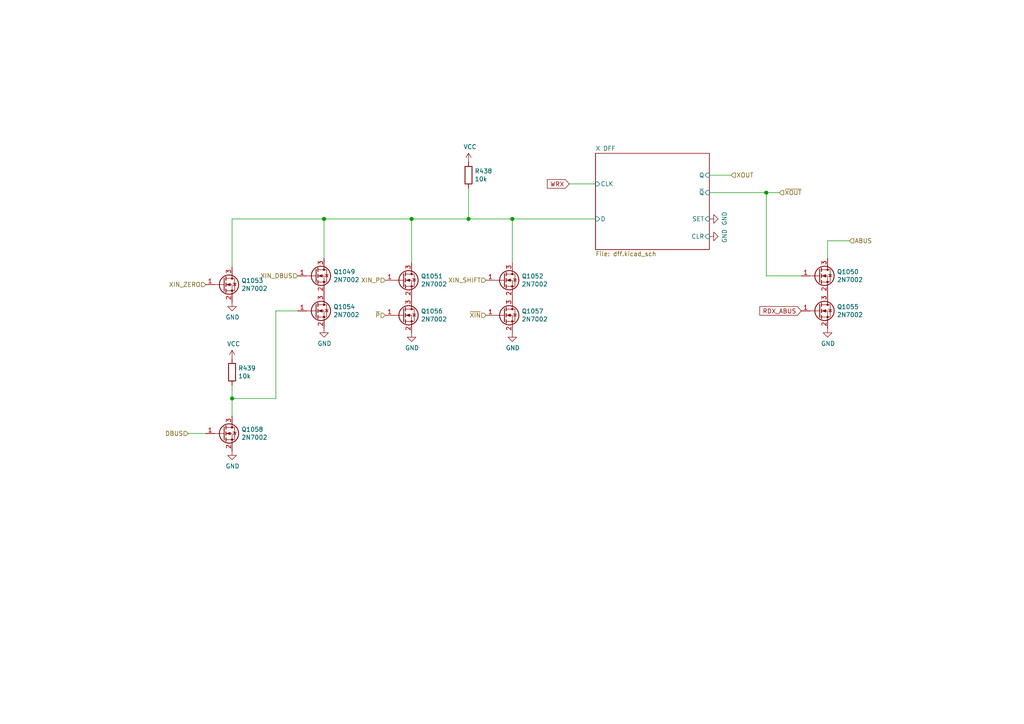
<source format=kicad_sch>
(kicad_sch (version 20210126) (generator eeschema)
  (paper "A4")
  (title_block (title "Q2 X Register Bit") (date "2021-01-30") (rev "1") (company "joewing.net"))
  (lib_symbols
    (symbol "Device:R" (pin_numbers hide) (pin_names (offset 0))
      (property "Reference" "R" (at 2.032 0 90))
      (property "Value" "R" (at 0 0 90))
      (symbol "R_0_1"
        (rectangle (start -1.016 -2.54) (end 1.016 2.54) (stroke (width 0.254)))
      )
      (symbol "R_1_1"
        (pin passive line (at 0 3.81 270) (length 1.27) (name "~") (number "1"))
        (pin passive line (at 0 -3.81 90) (length 1.27) (name "~") (number "2"))
      )
    )
    (symbol "Transistor_FET:2N7002" (pin_names hide)
      (property "Reference" "Q" (at 5.08 1.905 0))
      (property "Value" "2N7002" (at 5.08 0 0))
      (symbol "2N7002_0_1"
        (circle (center 1.651 0) (radius 2.794) (stroke (width 0.254)))
        (circle (center 2.54 -1.778) (radius 0.254) (fill (type outline)))
        (circle (center 2.54 1.778) (radius 0.254) (fill (type outline)))
        (polyline (pts (xy 0.254 0) (xy -2.54 0)))
        (polyline (pts (xy 0.254 1.905) (xy 0.254 -1.905)) (stroke (width 0.254)))
        (polyline (pts (xy 0.762 -1.27) (xy 0.762 -2.286)) (stroke (width 0.254)))
        (polyline (pts (xy 0.762 0.508) (xy 0.762 -0.508)) (stroke (width 0.254)))
        (polyline (pts (xy 0.762 2.286) (xy 0.762 1.27)) (stroke (width 0.254)))
        (polyline (pts (xy 2.54 2.54) (xy 2.54 1.778)))
        (polyline (pts (xy 2.54 -2.54) (xy 2.54 0) (xy 0.762 0)))
        (polyline (pts (xy 0.762 -1.778) (xy 3.302 -1.778) (xy 3.302 1.778) (xy 0.762 1.778)))
        (polyline (pts (xy 1.016 0) (xy 2.032 0.381) (xy 2.032 -0.381) (xy 1.016 0)) (fill (type outline)))
        (polyline (pts (xy 2.794 0.508) (xy 2.921 0.381) (xy 3.683 0.381) (xy 3.81 0.254)))
        (polyline (pts (xy 3.302 0.381) (xy 2.921 -0.254) (xy 3.683 -0.254) (xy 3.302 0.381)))
      )
      (symbol "2N7002_1_1"
        (pin input line (at -5.08 0 0) (length 2.54) (name "G") (number "1"))
        (pin passive line (at 2.54 -5.08 90) (length 2.54) (name "S") (number "2"))
        (pin passive line (at 2.54 5.08 270) (length 2.54) (name "D") (number "3"))
      )
    )
    (symbol "power:GND" (power) (pin_names (offset 0))
      (property "Value" "GND" (at 0 -3.81 0))
      (symbol "GND_0_1"
        (polyline (pts (xy 0 0) (xy 0 -1.27) (xy 1.27 -1.27) (xy 0 -2.54) (xy -1.27 -1.27) (xy 0 -1.27)))
      )
      (symbol "GND_1_1"
        (pin power_in line (at 0 0 270) (length 0) hide (name "GND") (number "1"))
      )
    )
    (symbol "power:VCC" (power) (pin_names (offset 0))
      (property "Value" "VCC" (at 0 3.81 0))
      (symbol "VCC_0_1"
        (polyline (pts (xy -0.762 1.27) (xy 0 2.54)))
        (polyline (pts (xy 0 0) (xy 0 2.54)))
        (polyline (pts (xy 0 2.54) (xy 0.762 1.27)))
      )
      (symbol "VCC_1_1"
        (pin power_in line (at 0 0 90) (length 0) hide (name "VCC") (number "1"))
      )
    )
  )
  (junction (at 67.31 115.57) (diameter 1.016))
  (junction (at 93.98 63.5) (diameter 1.016))
  (junction (at 119.38 63.5) (diameter 1.016))
  (junction (at 135.89 63.5) (diameter 1.016))
  (junction (at 148.59 63.5) (diameter 1.016))
  (junction (at 222.25 55.88) (diameter 1.016))
  (wire (pts (xy 54.61 125.73) (xy 59.69 125.73)))
  (wire (pts (xy 67.31 63.5) (xy 67.31 77.47)))
  (wire (pts (xy 67.31 63.5) (xy 93.98 63.5)))
  (wire (pts (xy 67.31 111.76) (xy 67.31 115.57)))
  (wire (pts (xy 67.31 115.57) (xy 67.31 120.65)))
  (wire (pts (xy 80.01 90.17) (xy 80.01 115.57)))
  (wire (pts (xy 80.01 115.57) (xy 67.31 115.57)))
  (wire (pts (xy 86.36 90.17) (xy 80.01 90.17)))
  (wire (pts (xy 93.98 63.5) (xy 93.98 74.93)))
  (wire (pts (xy 119.38 63.5) (xy 93.98 63.5)))
  (wire (pts (xy 119.38 63.5) (xy 135.89 63.5)))
  (wire (pts (xy 119.38 76.2) (xy 119.38 63.5)))
  (wire (pts (xy 135.89 54.61) (xy 135.89 63.5)))
  (wire (pts (xy 135.89 63.5) (xy 148.59 63.5)))
  (wire (pts (xy 148.59 76.2) (xy 148.59 63.5)))
  (wire (pts (xy 165.1 53.34) (xy 172.72 53.34)))
  (wire (pts (xy 172.72 63.5) (xy 148.59 63.5)))
  (wire (pts (xy 205.74 55.88) (xy 222.25 55.88)))
  (wire (pts (xy 212.09 50.8) (xy 205.74 50.8)))
  (wire (pts (xy 222.25 55.88) (xy 222.25 80.01)))
  (wire (pts (xy 222.25 80.01) (xy 232.41 80.01)))
  (wire (pts (xy 226.06 55.88) (xy 222.25 55.88)))
  (wire (pts (xy 240.03 69.85) (xy 246.38 69.85)))
  (wire (pts (xy 240.03 74.93) (xy 240.03 69.85)))
  (global_label "WRX" (shape input) (at 165.1 53.34 180) (property "Intersheet References" "${INTERSHEET_REFS}" (effects hide)))
  (global_label "RDX_ABUS" (shape input) (at 232.41 90.17 180) (property "Intersheet References" "${INTERSHEET_REFS}" (effects hide)))
  (hierarchical_label "DBUS" (shape input) (at 54.61 125.73 180))
  (hierarchical_label "XIN_ZERO" (shape input) (at 59.69 82.55 180))
  (hierarchical_label "XIN_DBUS" (shape input) (at 86.36 80.01 180))
  (hierarchical_label "XIN_P" (shape input) (at 111.76 81.28 180))
  (hierarchical_label "~P" (shape input) (at 111.76 91.44 180))
  (hierarchical_label "XIN_SHIFT" (shape input) (at 140.97 81.28 180))
  (hierarchical_label "~XIN" (shape input) (at 140.97 91.44 180))
  (hierarchical_label "XOUT" (shape input) (at 212.09 50.8 0))
  (hierarchical_label "~XOUT" (shape input) (at 226.06 55.88 0))
  (hierarchical_label "ABUS" (shape input) (at 246.38 69.85 0))
  (symbol (lib_id "power:VCC") (at 67.31 104.14 0)
    (property "Reference" "#PWR0868" (effects hide))
    (property "Value" "VCC" (at 67.7418 99.7458 0))
  )
  (symbol (lib_id "power:VCC") (at 135.89 46.99 0)
    (property "Reference" "#PWR0863" (effects hide))
    (property "Value" "VCC" (at 136.3218 42.5958 0))
  )
  (symbol (lib_id "power:GND") (at 67.31 87.63 0)
    (property "Reference" "#PWR0869" (effects hide))
    (property "Value" "GND" (at 67.437 92.0242 0))
  )
  (symbol (lib_id "power:GND") (at 67.31 130.81 0)
    (property "Reference" "#PWR0867" (effects hide))
    (property "Value" "GND" (at 67.437 135.2042 0))
  )
  (symbol (lib_id "power:GND") (at 93.98 95.25 0)
    (property "Reference" "#PWR0866" (effects hide))
    (property "Value" "GND" (at 94.107 99.6442 0))
  )
  (symbol (lib_id "power:GND") (at 119.38 96.52 0)
    (property "Reference" "#PWR0865" (effects hide))
    (property "Value" "GND" (at 119.507 100.9142 0))
  )
  (symbol (lib_id "power:GND") (at 148.59 96.52 0)
    (property "Reference" "#PWR0864" (effects hide))
    (property "Value" "GND" (at 148.717 100.9142 0))
  )
  (symbol (lib_id "power:GND") (at 205.74 63.5 90)
    (property "Reference" "#PWR0871" (effects hide))
    (property "Value" "GND" (at 210.1342 63.373 0))
  )
  (symbol (lib_id "power:GND") (at 205.74 68.58 90)
    (property "Reference" "#PWR0870" (effects hide))
    (property "Value" "GND" (at 210.1342 68.453 0))
  )
  (symbol (lib_id "power:GND") (at 240.03 95.25 0)
    (property "Reference" "#PWR0862" (effects hide))
    (property "Value" "GND" (at 240.157 99.6442 0))
  )
  (symbol (lib_id "Device:R") (at 67.31 107.95 0)
    (property "Reference" "R439" (at 69.088 106.7816 0) (effects (justify left)))
    (property "Value" "10k" (at 69.088 109.093 0) (effects (justify left)))
    (property "Footprint" "Resistor_SMD:R_0805_2012Metric" (effects hide))
    (property "LCSC" "C17414" (effects hide))
  )
  (symbol (lib_id "Device:R") (at 135.89 50.8 0)
    (property "Reference" "R438" (at 137.668 49.6316 0) (effects (justify left)))
    (property "Value" "10k" (at 137.668 51.943 0) (effects (justify left)))
    (property "Footprint" "Resistor_SMD:R_0805_2012Metric" (effects hide))
    (property "LCSC" "C17414" (effects hide))
  )
  (symbol (lib_id "Transistor_FET:2N7002") (at 64.77 82.55 0)
    (property "Reference" "Q1053" (at 70.0024 81.3816 0) (effects (justify left)))
    (property "Value" "2N7002" (at 70.0024 83.693 0) (effects (justify left)))
    (property "Footprint" "Package_TO_SOT_SMD:SOT-23" (effects hide))
    (property "Datasheet" "https://www.fairchildsemi.com/datasheets/2N/2N7002.pdf" (effects hide))
    (property "LCSC" "C8545" (effects hide))
  )
  (symbol (lib_id "Transistor_FET:2N7002") (at 64.77 125.73 0)
    (property "Reference" "Q1058" (at 70.0024 124.5616 0) (effects (justify left)))
    (property "Value" "2N7002" (at 70.0024 126.873 0) (effects (justify left)))
    (property "Footprint" "Package_TO_SOT_SMD:SOT-23" (effects hide))
    (property "Datasheet" "https://www.fairchildsemi.com/datasheets/2N/2N7002.pdf" (effects hide))
    (property "LCSC" "C8545" (effects hide))
  )
  (symbol (lib_id "Transistor_FET:2N7002") (at 91.44 80.01 0)
    (property "Reference" "Q1049" (at 96.6724 78.8416 0) (effects (justify left)))
    (property "Value" "2N7002" (at 96.6724 81.153 0) (effects (justify left)))
    (property "Footprint" "Package_TO_SOT_SMD:SOT-23" (effects hide))
    (property "Datasheet" "https://www.fairchildsemi.com/datasheets/2N/2N7002.pdf" (effects hide))
    (property "LCSC" "C8545" (effects hide))
  )
  (symbol (lib_id "Transistor_FET:2N7002") (at 91.44 90.17 0)
    (property "Reference" "Q1054" (at 96.6724 89.0016 0) (effects (justify left)))
    (property "Value" "2N7002" (at 96.6724 91.313 0) (effects (justify left)))
    (property "Footprint" "Package_TO_SOT_SMD:SOT-23" (effects hide))
    (property "Datasheet" "https://www.fairchildsemi.com/datasheets/2N/2N7002.pdf" (effects hide))
    (property "LCSC" "C8545" (effects hide))
  )
  (symbol (lib_id "Transistor_FET:2N7002") (at 116.84 81.28 0)
    (property "Reference" "Q1051" (at 122.0724 80.1116 0) (effects (justify left)))
    (property "Value" "2N7002" (at 122.0724 82.423 0) (effects (justify left)))
    (property "Footprint" "Package_TO_SOT_SMD:SOT-23" (effects hide))
    (property "Datasheet" "https://www.fairchildsemi.com/datasheets/2N/2N7002.pdf" (effects hide))
    (property "LCSC" "C8545" (effects hide))
  )
  (symbol (lib_id "Transistor_FET:2N7002") (at 116.84 91.44 0)
    (property "Reference" "Q1056" (at 122.0724 90.2716 0) (effects (justify left)))
    (property "Value" "2N7002" (at 122.0724 92.583 0) (effects (justify left)))
    (property "Footprint" "Package_TO_SOT_SMD:SOT-23" (effects hide))
    (property "Datasheet" "https://www.fairchildsemi.com/datasheets/2N/2N7002.pdf" (effects hide))
    (property "LCSC" "C8545" (effects hide))
  )
  (symbol (lib_id "Transistor_FET:2N7002") (at 146.05 81.28 0)
    (property "Reference" "Q1052" (at 151.2824 80.1116 0) (effects (justify left)))
    (property "Value" "2N7002" (at 151.2824 82.423 0) (effects (justify left)))
    (property "Footprint" "Package_TO_SOT_SMD:SOT-23" (effects hide))
    (property "Datasheet" "https://www.fairchildsemi.com/datasheets/2N/2N7002.pdf" (effects hide))
    (property "LCSC" "C8545" (effects hide))
  )
  (symbol (lib_id "Transistor_FET:2N7002") (at 146.05 91.44 0)
    (property "Reference" "Q1057" (at 151.2824 90.2716 0) (effects (justify left)))
    (property "Value" "2N7002" (at 151.2824 92.583 0) (effects (justify left)))
    (property "Footprint" "Package_TO_SOT_SMD:SOT-23" (effects hide))
    (property "Datasheet" "https://www.fairchildsemi.com/datasheets/2N/2N7002.pdf" (effects hide))
    (property "LCSC" "C8545" (effects hide))
  )
  (symbol (lib_id "Transistor_FET:2N7002") (at 237.49 80.01 0)
    (property "Reference" "Q1050" (at 242.7224 78.8416 0) (effects (justify left)))
    (property "Value" "2N7002" (at 242.7224 81.153 0) (effects (justify left)))
    (property "Footprint" "Package_TO_SOT_SMD:SOT-23" (effects hide))
    (property "Datasheet" "https://www.fairchildsemi.com/datasheets/2N/2N7002.pdf" (effects hide))
    (property "LCSC" "C8545" (effects hide))
  )
  (symbol (lib_id "Transistor_FET:2N7002") (at 237.49 90.17 0)
    (property "Reference" "Q1055" (at 242.7224 89.0016 0) (effects (justify left)))
    (property "Value" "2N7002" (at 242.7224 91.313 0) (effects (justify left)))
    (property "Footprint" "Package_TO_SOT_SMD:SOT-23" (effects hide))
    (property "Datasheet" "https://www.fairchildsemi.com/datasheets/2N/2N7002.pdf" (effects hide))
    (property "LCSC" "C8545" (effects hide))
  )
  (sheet (at 172.72 44.45) (size 33.02 27.94)
    (property "Sheet name" "X DFF" (at 172.72 43.8145 0) (effects (justify left bottom)))
    (property "Sheet file" "dff.kicad_sch" (at 172.72 72.8985 0) (effects (justify left top)))
    (pin "~Q" input (at 205.74 55.88 0))
    (pin "CLK" input (at 172.72 53.34 180))
    (pin "D" input (at 172.72 63.5 180))
    (pin "Q" input (at 205.74 50.8 0))
    (pin "SET" input (at 205.74 63.5 0))
    (pin "CLR" input (at 205.74 68.58 0))
  )
)
</source>
